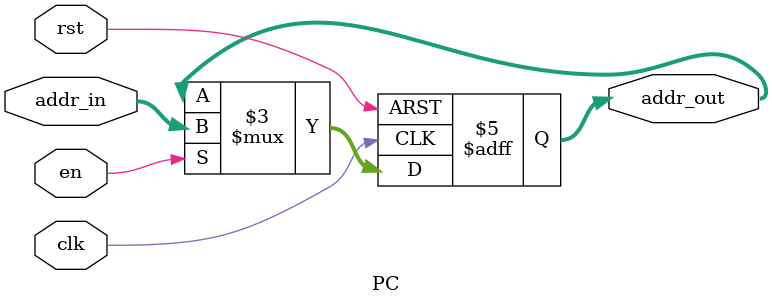
<source format=v>
module PC (
	input clk, en, rst,
	input [31:0] addr_in,
	output reg [31:0] addr_out
);

	always @(posedge clk or negedge rst) begin
		if(~rst)
			addr_out <= 32'b0;
		else if(en)
			addr_out <= addr_in;
	end
endmodule 

</source>
